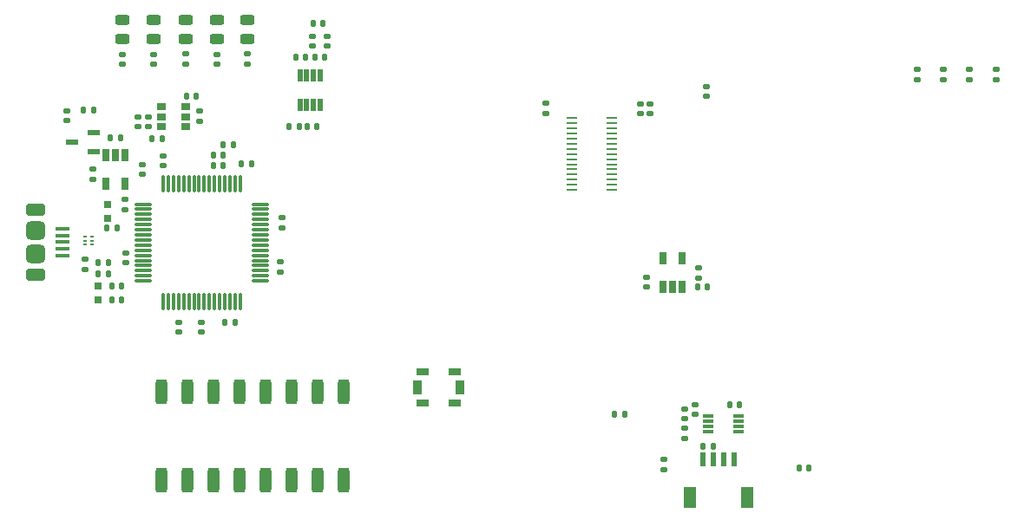
<source format=gtp>
G04*
G04 #@! TF.GenerationSoftware,Altium Limited,Altium Designer,20.1.11 (218)*
G04*
G04 Layer_Color=8421504*
%FSLAX25Y25*%
%MOIN*%
G70*
G04*
G04 #@! TF.SameCoordinates,8DDD7718-E0D7-425E-BE50-D601791E5550*
G04*
G04*
G04 #@! TF.FilePolarity,Positive*
G04*
G01*
G75*
G04:AMPARAMS|DCode=19|XSize=24.41mil|YSize=22.44mil|CornerRadius=5.61mil|HoleSize=0mil|Usage=FLASHONLY|Rotation=0.000|XOffset=0mil|YOffset=0mil|HoleType=Round|Shape=RoundedRectangle|*
%AMROUNDEDRECTD19*
21,1,0.02441,0.01122,0,0,0.0*
21,1,0.01319,0.02244,0,0,0.0*
1,1,0.01122,0.00659,-0.00561*
1,1,0.01122,-0.00659,-0.00561*
1,1,0.01122,-0.00659,0.00561*
1,1,0.01122,0.00659,0.00561*
%
%ADD19ROUNDEDRECTD19*%
%ADD20R,0.02559X0.04724*%
%ADD21O,0.01181X0.07087*%
%ADD22O,0.07087X0.01181*%
G04:AMPARAMS|DCode=23|XSize=24.41mil|YSize=22.44mil|CornerRadius=5.61mil|HoleSize=0mil|Usage=FLASHONLY|Rotation=90.000|XOffset=0mil|YOffset=0mil|HoleType=Round|Shape=RoundedRectangle|*
%AMROUNDEDRECTD23*
21,1,0.02441,0.01122,0,0,90.0*
21,1,0.01319,0.02244,0,0,90.0*
1,1,0.01122,0.00561,0.00659*
1,1,0.01122,0.00561,-0.00659*
1,1,0.01122,-0.00561,-0.00659*
1,1,0.01122,-0.00561,0.00659*
%
%ADD23ROUNDEDRECTD23*%
G04:AMPARAMS|DCode=24|XSize=25.98mil|YSize=22.84mil|CornerRadius=5.71mil|HoleSize=0mil|Usage=FLASHONLY|Rotation=180.000|XOffset=0mil|YOffset=0mil|HoleType=Round|Shape=RoundedRectangle|*
%AMROUNDEDRECTD24*
21,1,0.02598,0.01142,0,0,180.0*
21,1,0.01457,0.02284,0,0,180.0*
1,1,0.01142,-0.00728,0.00571*
1,1,0.01142,0.00728,0.00571*
1,1,0.01142,0.00728,-0.00571*
1,1,0.01142,-0.00728,-0.00571*
%
%ADD24ROUNDEDRECTD24*%
%ADD25R,0.04528X0.02953*%
%ADD26R,0.03740X0.05512*%
G04:AMPARAMS|DCode=27|XSize=44.49mil|YSize=96.06mil|CornerRadius=11.12mil|HoleSize=0mil|Usage=FLASHONLY|Rotation=0.000|XOffset=0mil|YOffset=0mil|HoleType=Round|Shape=RoundedRectangle|*
%AMROUNDEDRECTD27*
21,1,0.04449,0.07382,0,0,0.0*
21,1,0.02224,0.09606,0,0,0.0*
1,1,0.02224,0.01112,-0.03691*
1,1,0.02224,-0.01112,-0.03691*
1,1,0.02224,-0.01112,0.03691*
1,1,0.02224,0.01112,0.03691*
%
%ADD27ROUNDEDRECTD27*%
%ADD28R,0.01654X0.00866*%
G04:AMPARAMS|DCode=29|XSize=15.75mil|YSize=53.15mil|CornerRadius=3.94mil|HoleSize=0mil|Usage=FLASHONLY|Rotation=270.000|XOffset=0mil|YOffset=0mil|HoleType=Round|Shape=RoundedRectangle|*
%AMROUNDEDRECTD29*
21,1,0.01575,0.04528,0,0,270.0*
21,1,0.00787,0.05315,0,0,270.0*
1,1,0.00787,-0.02264,-0.00394*
1,1,0.00787,-0.02264,0.00394*
1,1,0.00787,0.02264,0.00394*
1,1,0.00787,0.02264,-0.00394*
%
%ADD29ROUNDEDRECTD29*%
%ADD30R,0.04646X0.02402*%
G04:AMPARAMS|DCode=31|XSize=39.37mil|YSize=55.12mil|CornerRadius=9.84mil|HoleSize=0mil|Usage=FLASHONLY|Rotation=90.000|XOffset=0mil|YOffset=0mil|HoleType=Round|Shape=RoundedRectangle|*
%AMROUNDEDRECTD31*
21,1,0.03937,0.03543,0,0,90.0*
21,1,0.01968,0.05512,0,0,90.0*
1,1,0.01968,0.01772,0.00984*
1,1,0.01968,0.01772,-0.00984*
1,1,0.01968,-0.01772,-0.00984*
1,1,0.01968,-0.01772,0.00984*
%
%ADD31ROUNDEDRECTD31*%
G04:AMPARAMS|DCode=32|XSize=25.98mil|YSize=22.84mil|CornerRadius=5.71mil|HoleSize=0mil|Usage=FLASHONLY|Rotation=270.000|XOffset=0mil|YOffset=0mil|HoleType=Round|Shape=RoundedRectangle|*
%AMROUNDEDRECTD32*
21,1,0.02598,0.01142,0,0,270.0*
21,1,0.01457,0.02284,0,0,270.0*
1,1,0.01142,-0.00571,-0.00728*
1,1,0.01142,-0.00571,0.00728*
1,1,0.01142,0.00571,0.00728*
1,1,0.01142,0.00571,-0.00728*
%
%ADD32ROUNDEDRECTD32*%
G04:AMPARAMS|DCode=33|XSize=17.72mil|YSize=47.24mil|CornerRadius=1.95mil|HoleSize=0mil|Usage=FLASHONLY|Rotation=0.000|XOffset=0mil|YOffset=0mil|HoleType=Round|Shape=RoundedRectangle|*
%AMROUNDEDRECTD33*
21,1,0.01772,0.04335,0,0,0.0*
21,1,0.01382,0.04724,0,0,0.0*
1,1,0.00390,0.00691,-0.02167*
1,1,0.00390,-0.00691,-0.02167*
1,1,0.00390,-0.00691,0.02167*
1,1,0.00390,0.00691,0.02167*
%
%ADD33ROUNDEDRECTD33*%
%ADD34R,0.03937X0.01300*%
%ADD35R,0.03543X0.02559*%
%ADD36R,0.03937X0.00984*%
%ADD37R,0.02362X0.05315*%
%ADD38R,0.02756X0.02559*%
%ADD39R,0.04724X0.07874*%
G04:AMPARAMS|DCode=40|XSize=46.26mil|YSize=74.8mil|CornerRadius=11.57mil|HoleSize=0mil|Usage=FLASHONLY|Rotation=90.000|XOffset=0mil|YOffset=0mil|HoleType=Round|Shape=RoundedRectangle|*
%AMROUNDEDRECTD40*
21,1,0.04626,0.05167,0,0,90.0*
21,1,0.02313,0.07480,0,0,90.0*
1,1,0.02313,0.02584,0.01157*
1,1,0.02313,0.02584,-0.01157*
1,1,0.02313,-0.02584,-0.01157*
1,1,0.02313,-0.02584,0.01157*
%
%ADD40ROUNDEDRECTD40*%
G04:AMPARAMS|DCode=41|XSize=70.87mil|YSize=74.8mil|CornerRadius=17.72mil|HoleSize=0mil|Usage=FLASHONLY|Rotation=270.000|XOffset=0mil|YOffset=0mil|HoleType=Round|Shape=RoundedRectangle|*
%AMROUNDEDRECTD41*
21,1,0.07087,0.03937,0,0,270.0*
21,1,0.03543,0.07480,0,0,270.0*
1,1,0.03543,-0.01968,-0.01772*
1,1,0.03543,-0.01968,0.01772*
1,1,0.03543,0.01968,0.01772*
1,1,0.03543,0.01968,-0.01772*
%
%ADD41ROUNDEDRECTD41*%
D19*
X123339Y182894D02*
D03*
Y179114D02*
D03*
X117608Y182894D02*
D03*
Y179114D02*
D03*
X30200Y97090D02*
D03*
Y93310D02*
D03*
X380078Y170000D02*
D03*
Y166220D02*
D03*
X370000Y170000D02*
D03*
Y166220D02*
D03*
X360000Y170000D02*
D03*
Y166220D02*
D03*
X350000Y170000D02*
D03*
Y166220D02*
D03*
X74900Y69016D02*
D03*
Y72795D02*
D03*
X245700Y90290D02*
D03*
X54528Y148189D02*
D03*
X50492Y148209D02*
D03*
Y151988D02*
D03*
X54528Y151969D02*
D03*
X52087Y129839D02*
D03*
Y133619D02*
D03*
X45600Y120090D02*
D03*
Y116310D02*
D03*
X92618Y172323D02*
D03*
Y176102D02*
D03*
X80709Y172205D02*
D03*
Y175984D02*
D03*
X68898Y172224D02*
D03*
Y176004D02*
D03*
X56496Y172205D02*
D03*
Y175984D02*
D03*
X260630Y32106D02*
D03*
Y28327D02*
D03*
Y35709D02*
D03*
Y39488D02*
D03*
X245700Y86510D02*
D03*
X44488Y172126D02*
D03*
Y175906D02*
D03*
X74213Y154055D02*
D03*
Y150276D02*
D03*
D20*
X45592Y137161D02*
D03*
X41851D02*
D03*
X38111D02*
D03*
X38111Y126137D02*
D03*
X45592D02*
D03*
X252059Y86488D02*
D03*
X255799D02*
D03*
X259539D02*
D03*
X259539Y97512D02*
D03*
X252059D02*
D03*
D21*
X60236Y126181D02*
D03*
X62205D02*
D03*
X64173D02*
D03*
X66142D02*
D03*
X68110D02*
D03*
X70079D02*
D03*
X72047D02*
D03*
X74016D02*
D03*
X75984D02*
D03*
X77953D02*
D03*
X79921D02*
D03*
X81890D02*
D03*
X83858D02*
D03*
X85827D02*
D03*
X87795D02*
D03*
X89764D02*
D03*
Y80905D02*
D03*
X87795D02*
D03*
X85827D02*
D03*
X83858D02*
D03*
X81890D02*
D03*
X79921D02*
D03*
X77953D02*
D03*
X75984D02*
D03*
X74016D02*
D03*
X72047D02*
D03*
X70079D02*
D03*
X68110D02*
D03*
X66142D02*
D03*
X64173D02*
D03*
X62205D02*
D03*
X60236D02*
D03*
D22*
X97638Y118307D02*
D03*
Y116339D02*
D03*
Y114370D02*
D03*
Y112402D02*
D03*
Y110433D02*
D03*
Y108465D02*
D03*
Y106496D02*
D03*
Y104528D02*
D03*
Y102559D02*
D03*
Y100591D02*
D03*
Y98622D02*
D03*
Y96653D02*
D03*
Y94685D02*
D03*
Y92716D02*
D03*
Y90748D02*
D03*
Y88779D02*
D03*
X52362D02*
D03*
Y90748D02*
D03*
Y92716D02*
D03*
Y94685D02*
D03*
Y96653D02*
D03*
Y98622D02*
D03*
Y100591D02*
D03*
Y102559D02*
D03*
Y104528D02*
D03*
Y106496D02*
D03*
Y108465D02*
D03*
Y110433D02*
D03*
Y112402D02*
D03*
Y114370D02*
D03*
Y116339D02*
D03*
Y118307D02*
D03*
D23*
X265483Y86488D02*
D03*
X269262D02*
D03*
X38583Y109252D02*
D03*
X121604Y187805D02*
D03*
X40472Y81496D02*
D03*
X108642Y148130D02*
D03*
X119311D02*
D03*
X43741Y143810D02*
D03*
X72854Y159843D02*
D03*
X69075D02*
D03*
X39962Y143810D02*
D03*
X42362Y109252D02*
D03*
X115532Y148130D02*
D03*
X112421D02*
D03*
X44252Y81496D02*
D03*
X117825Y187805D02*
D03*
D24*
X265791Y93707D02*
D03*
Y89849D02*
D03*
X207024Y153325D02*
D03*
Y157183D02*
D03*
X268940Y159691D02*
D03*
X23031Y154193D02*
D03*
X60276Y136929D02*
D03*
X45900Y99529D02*
D03*
X66142Y69035D02*
D03*
X247185Y156982D02*
D03*
X252362Y20039D02*
D03*
X105020Y92264D02*
D03*
X264646Y41299D02*
D03*
X243484Y156982D02*
D03*
X105800Y113029D02*
D03*
X33100Y131729D02*
D03*
X268940Y163549D02*
D03*
X23031Y150335D02*
D03*
X66142Y72894D02*
D03*
X252362Y16181D02*
D03*
X105800Y109171D02*
D03*
X33100Y127871D02*
D03*
X243484Y153123D02*
D03*
X264646Y37441D02*
D03*
X105020Y96122D02*
D03*
X247185Y153123D02*
D03*
X45900Y95671D02*
D03*
X60276Y133071D02*
D03*
D25*
X172101Y41921D02*
D03*
X159699D02*
D03*
Y53929D02*
D03*
X172101D02*
D03*
D26*
X157731Y47925D02*
D03*
X174069D02*
D03*
D27*
X99488Y12205D02*
D03*
X109488D02*
D03*
X129488D02*
D03*
Y46063D02*
D03*
X109488D02*
D03*
X99488D02*
D03*
X89488D02*
D03*
X59488Y12205D02*
D03*
X69488D02*
D03*
X79488D02*
D03*
X89488D02*
D03*
X119488D02*
D03*
Y46063D02*
D03*
X79488D02*
D03*
X69488D02*
D03*
X59488D02*
D03*
D28*
X30220Y105875D02*
D03*
X32779D02*
D03*
Y102725D02*
D03*
Y104300D02*
D03*
X30220Y102725D02*
D03*
Y104300D02*
D03*
D29*
X21555Y106299D02*
D03*
Y98622D02*
D03*
Y101181D02*
D03*
Y108858D02*
D03*
Y103740D02*
D03*
D30*
X33366Y138622D02*
D03*
Y145827D02*
D03*
X25295Y142224D02*
D03*
D31*
X44488Y189075D02*
D03*
X92618Y189075D02*
D03*
X80709Y189075D02*
D03*
X68898D02*
D03*
X56496Y189075D02*
D03*
Y181988D02*
D03*
X68898Y181988D02*
D03*
X80709D02*
D03*
X92618Y181988D02*
D03*
X44488Y181988D02*
D03*
D32*
X29567Y154429D02*
D03*
X83228Y133169D02*
D03*
X83898Y72913D02*
D03*
X39035Y91535D02*
D03*
X267657Y25295D02*
D03*
X233504Y37402D02*
D03*
X114921Y174932D02*
D03*
X304370Y16929D02*
D03*
X94129Y133700D02*
D03*
X83229Y137200D02*
D03*
X39035Y95669D02*
D03*
X55847Y143602D02*
D03*
X277697Y41240D02*
D03*
X40433Y86831D02*
D03*
X83307Y141152D02*
D03*
X79370Y133169D02*
D03*
X87756Y72913D02*
D03*
X271516Y25295D02*
D03*
X237362Y37402D02*
D03*
X111063Y174932D02*
D03*
X79371Y137200D02*
D03*
X59705Y143602D02*
D03*
X281555Y41240D02*
D03*
X87165Y141152D02*
D03*
X44291Y86831D02*
D03*
X35177Y95669D02*
D03*
X90271Y133700D02*
D03*
X308228Y16929D02*
D03*
X118455Y174932D02*
D03*
X122313D02*
D03*
X35177Y91535D02*
D03*
X33425Y154429D02*
D03*
D33*
X115266Y167983D02*
D03*
X117825Y156369D02*
D03*
X120384D02*
D03*
X112707Y167983D02*
D03*
X115266Y156369D02*
D03*
X112707D02*
D03*
X117825Y167983D02*
D03*
X120384D02*
D03*
D34*
X281338Y30875D02*
D03*
X269450D02*
D03*
X281338Y36781D02*
D03*
X269450Y32844D02*
D03*
Y34812D02*
D03*
Y36781D02*
D03*
X281338Y32844D02*
D03*
Y34812D02*
D03*
D35*
X68996Y151969D02*
D03*
X59547Y148228D02*
D03*
X68996D02*
D03*
Y155709D02*
D03*
X59547D02*
D03*
Y151969D02*
D03*
D36*
X232677Y123807D02*
D03*
Y125776D02*
D03*
X217323D02*
D03*
Y123807D02*
D03*
Y137587D02*
D03*
Y127744D02*
D03*
Y129713D02*
D03*
Y131681D02*
D03*
Y133650D02*
D03*
Y135618D02*
D03*
Y139555D02*
D03*
Y141524D02*
D03*
Y143492D02*
D03*
Y145461D02*
D03*
Y147429D02*
D03*
Y149398D02*
D03*
Y151366D02*
D03*
X232677Y141524D02*
D03*
Y139555D02*
D03*
Y135618D02*
D03*
Y143492D02*
D03*
Y149398D02*
D03*
Y147429D02*
D03*
Y145461D02*
D03*
Y137587D02*
D03*
Y127744D02*
D03*
Y133650D02*
D03*
Y131681D02*
D03*
Y129713D02*
D03*
Y151366D02*
D03*
D37*
X267618Y20000D02*
D03*
X271555D02*
D03*
X275493D02*
D03*
X279430D02*
D03*
D38*
X35138Y81496D02*
D03*
X38700Y118257D02*
D03*
Y112943D02*
D03*
X35138Y86811D02*
D03*
D39*
X262500Y5531D02*
D03*
X284548D02*
D03*
D40*
X11024Y91194D02*
D03*
Y116286D02*
D03*
D41*
Y99213D02*
D03*
Y108268D02*
D03*
M02*

</source>
